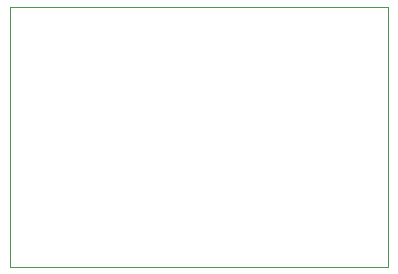
<source format=gbr>
%TF.FileFunction,Profile,NP*%
%FSLAX46Y46*%
G04 Gerber Fmt 4.6, Leading zero omitted, Abs format (unit mm)*
G04 Created by KiCad (PCBNEW (after 2015-jan-16 BZR unknown)-product) date Mon 27 Apr 2015 12:49:16 PM CEST*
%MOMM*%
G01*
G04 APERTURE LIST*
%ADD10C,0.100000*%
G04 APERTURE END LIST*
D10*
X118000000Y-109000000D02*
X118000000Y-87000000D01*
X150000000Y-109000000D02*
X118000000Y-109000000D01*
X150000000Y-87000000D02*
X150000000Y-109000000D01*
X118000000Y-87000000D02*
X150000000Y-87000000D01*
M02*

</source>
